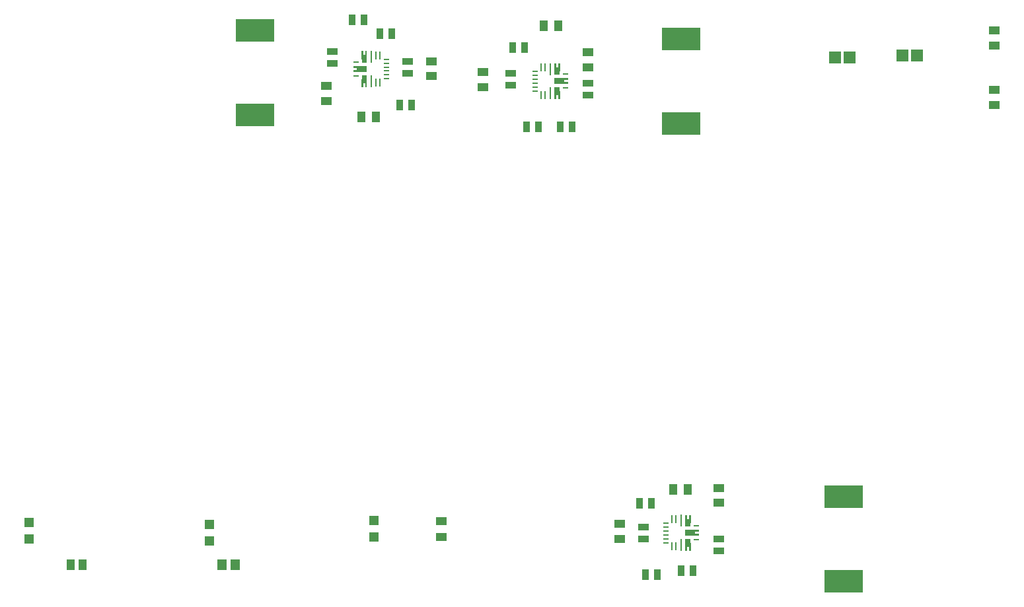
<source format=gtp>
G04*
G04 #@! TF.GenerationSoftware,Altium Limited,Altium Designer,22.10.1 (41)*
G04*
G04 Layer_Color=8421504*
%FSLAX44Y44*%
%MOMM*%
G71*
G04*
G04 #@! TF.SameCoordinates,069A48A3-1EBA-4DE3-B07F-BDB1E3B34996*
G04*
G04*
G04 #@! TF.FilePolarity,Positive*
G04*
G01*
G75*
%ADD18R,1.4082X1.0065*%
%ADD19R,1.2000X1.4500*%
%ADD20R,1.5000X1.5500*%
%ADD21R,1.0065X1.4082*%
%ADD22R,1.0000X1.3500*%
%ADD23R,1.2000X1.2000*%
%ADD24R,1.3500X1.0000*%
%ADD25R,0.9500X1.3500*%
%ADD26R,0.7000X0.2500*%
%ADD27R,0.1270X0.1270*%
%ADD28R,0.2500X1.1000*%
%ADD29R,1.3500X0.9500*%
%ADD30R,0.2500X1.5000*%
%ADD31R,0.1270X0.1270*%
%ADD32R,4.9500X2.9450*%
G36*
X683171Y314619D02*
Y299619D01*
X685671D01*
Y304619D01*
X688173D01*
Y299619D01*
X690673D01*
Y309619D01*
X689672Y310619D01*
Y314619D01*
X683171D01*
D02*
G37*
G36*
X683170Y318869D02*
X700920D01*
Y321369D01*
X695920D01*
Y323870D01*
X700920D01*
Y326370D01*
X683170D01*
Y318869D01*
D02*
G37*
G36*
X683171Y330619D02*
Y345619D01*
X685671D01*
Y340619D01*
X688173D01*
Y345619D01*
X690673D01*
Y335619D01*
X689672Y334619D01*
Y330619D01*
X683171D01*
D02*
G37*
G36*
X515791Y893700D02*
Y878700D01*
X518291D01*
Y883700D01*
X520793D01*
Y878700D01*
X523293D01*
Y888700D01*
X522293Y889700D01*
Y893700D01*
X515791D01*
D02*
G37*
G36*
X275570Y909200D02*
Y894200D01*
X273070D01*
Y899200D01*
X270569D01*
Y894200D01*
X268069D01*
Y904200D01*
X269069Y905200D01*
Y909200D01*
X275570D01*
D02*
G37*
G36*
X275571Y920951D02*
X257821D01*
Y918451D01*
X262821D01*
Y915949D01*
X257821D01*
Y913449D01*
X275571D01*
Y920951D01*
D02*
G37*
G36*
X275570Y925200D02*
Y940200D01*
X273070D01*
Y935200D01*
X270569D01*
Y940200D01*
X268069D01*
Y930200D01*
X269069Y929200D01*
Y925200D01*
X275570D01*
D02*
G37*
G36*
X515790Y897949D02*
X533540D01*
Y900449D01*
X528540D01*
Y902951D01*
X533540D01*
Y905451D01*
X515790D01*
Y897949D01*
D02*
G37*
G36*
X515791Y909700D02*
Y924700D01*
X518291D01*
Y919700D01*
X520793D01*
Y924700D01*
X523293D01*
Y914700D01*
X522293Y913700D01*
Y909700D01*
X515791D01*
D02*
G37*
D18*
X558800Y938497D02*
D03*
X223520Y876300D02*
D03*
Y895317D02*
D03*
X1079500Y947420D02*
D03*
Y966437D02*
D03*
Y871220D02*
D03*
Y890238D02*
D03*
X599440Y333977D02*
D03*
X424180Y913097D02*
D03*
X358140Y908083D02*
D03*
Y927100D02*
D03*
X599440Y314960D02*
D03*
X726440Y361331D02*
D03*
Y380349D02*
D03*
X558800Y919480D02*
D03*
X424180Y894080D02*
D03*
D19*
X106680Y281940D02*
D03*
X89680D02*
D03*
D20*
X894080Y932180D02*
D03*
X875580D02*
D03*
X961940Y934720D02*
D03*
X980440D02*
D03*
D21*
X668020Y378460D02*
D03*
X687037D02*
D03*
X268003Y855980D02*
D03*
X520700Y972820D02*
D03*
X501683D02*
D03*
X287020Y855980D02*
D03*
D22*
X-104020Y281940D02*
D03*
X-89020D02*
D03*
D23*
X284480Y317500D02*
D03*
Y338500D02*
D03*
X-157480Y314620D02*
D03*
Y335620D02*
D03*
X73660Y312080D02*
D03*
Y333080D02*
D03*
D24*
X370840Y317660D02*
D03*
Y337660D02*
D03*
D25*
X480300Y843280D02*
D03*
X495300D02*
D03*
X292100Y962660D02*
D03*
X332500Y871220D02*
D03*
X462400Y944880D02*
D03*
X625080Y360680D02*
D03*
X647700Y269240D02*
D03*
X632700D02*
D03*
X640080Y360680D02*
D03*
X678180Y274320D02*
D03*
X693180D02*
D03*
X477400Y944880D02*
D03*
X523480Y843280D02*
D03*
X538480D02*
D03*
X317500Y871220D02*
D03*
X307100Y962660D02*
D03*
X256780Y980440D02*
D03*
X271780D02*
D03*
D26*
X300322Y914699D02*
D03*
X491040Y904201D02*
D03*
X658420Y325120D02*
D03*
X697420Y313616D02*
D03*
Y331622D02*
D03*
X658420Y335122D02*
D03*
Y330121D02*
D03*
Y320119D02*
D03*
Y315117D02*
D03*
Y310116D02*
D03*
X530040Y892697D02*
D03*
Y910703D02*
D03*
X491040Y914203D02*
D03*
Y909202D02*
D03*
Y899200D02*
D03*
Y894198D02*
D03*
Y889197D02*
D03*
X261321Y926203D02*
D03*
Y908197D02*
D03*
X300322Y904697D02*
D03*
Y909698D02*
D03*
Y919700D02*
D03*
Y924702D02*
D03*
Y929703D02*
D03*
D27*
X274320Y901700D02*
D03*
X269319Y897700D02*
D03*
Y936700D02*
D03*
X274320Y932700D02*
D03*
X517041Y917200D02*
D03*
X522043Y921200D02*
D03*
Y882200D02*
D03*
X517041Y886200D02*
D03*
X684421Y338119D02*
D03*
X689423Y342119D02*
D03*
Y303120D02*
D03*
X684421Y307120D02*
D03*
D28*
X287323Y934700D02*
D03*
X292324D02*
D03*
X504039Y884200D02*
D03*
X499037D02*
D03*
X671419Y305119D02*
D03*
X666417D02*
D03*
X671419Y340119D02*
D03*
X666417D02*
D03*
X504039Y919200D02*
D03*
X499037D02*
D03*
X287323Y899700D02*
D03*
X292324D02*
D03*
D29*
X327660Y911980D02*
D03*
X459740Y911860D02*
D03*
X629920Y330080D02*
D03*
Y315080D02*
D03*
X726440Y314960D02*
D03*
Y299960D02*
D03*
X231140Y924560D02*
D03*
Y939560D02*
D03*
X459740Y896860D02*
D03*
X558800Y899040D02*
D03*
Y884040D02*
D03*
X327660Y926980D02*
D03*
D30*
X677920Y307120D02*
D03*
Y338119D02*
D03*
X510540Y886200D02*
D03*
Y917200D02*
D03*
X280821Y932700D02*
D03*
Y901700D02*
D03*
D31*
X693420Y320119D02*
D03*
Y325120D02*
D03*
X526040Y899200D02*
D03*
Y904201D02*
D03*
X265321Y919700D02*
D03*
Y914699D02*
D03*
D32*
X886460Y260885D02*
D03*
Y369035D02*
D03*
X678180Y847625D02*
D03*
Y955775D02*
D03*
X132080Y966670D02*
D03*
Y858520D02*
D03*
M02*

</source>
